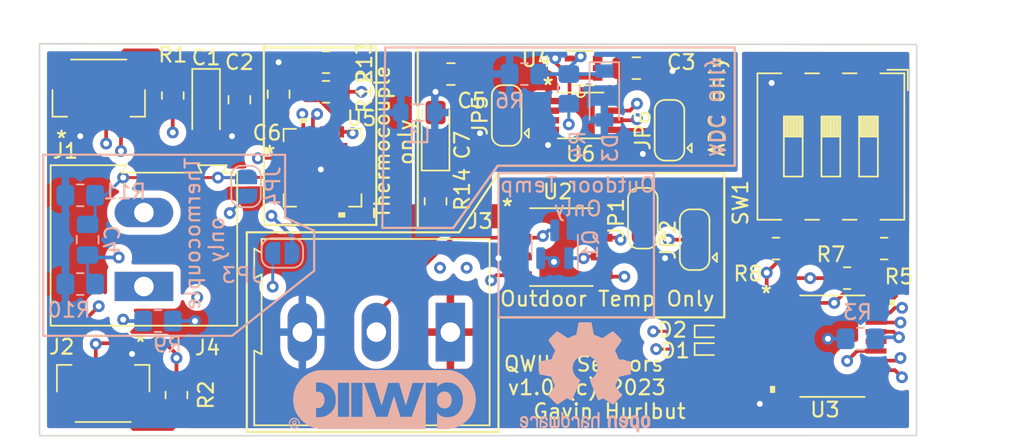
<source format=kicad_pcb>
(kicad_pcb (version 20211014) (generator pcbnew)
  (layers (0 "F.Cu" signal) (1 "In1.Cu" signal) (2 "In2.Cu" signal) (31 "B.Cu" signal) (34 "B.Paste" user) (35 "F.Paste" user) (36 "B.SilkS" user "B.Silkscreen") (37 "F.SilkS" user "F.Silkscreen") (38 "B.Mask" user) (39 "F.Mask" user) (44 "Edge.Cuts" user))
  (net 0 "")
  (net 1 "+3V3")
  (net 2 "GND")
  (net 3 "VIN+")
  (net 4 "VIN-")
  (net 5 "GNDA")
  (net 6 "+3V3A")
  (net 7 "Net-(C4-Pad1)")
  (net 8 "SDA")
  (net 9 "SCL")
  (net 10 "DQ")
  (net 11 "Net-(JP1-Pad2)")
  (net 12 "Net-(JP2-Pad2)")
  (net 13 "Net-(C4-Pad2)")
  (net 14 "Net-(D1-Pad2)")
  (net 15 "PCTLZ")
  (net 16 "Net-(D2-Pad2)")
  (net 17 "Net-(D3-Pad1)")
  (net 18 "Net-(JP5-Pad2)")
  (net 19 "Net-(JP6-Pad2)")
  (net 20 "Net-(R3-Pad2)")
  (net 21 "A0")
  (net 22 "A1")
  (net 23 "A2")
  (net 24 "Net-(R12-Pad2)")
  (net 29 "Net-(U4-Pad3)")
  (footprint "Capacitor_SMD:C_0805_2012Metric_Pad1.18x1.45mm_HandSolder" (layer "F.Cu") (at 91.4 128.1625 90)
    (fp_text reference "C6")
    (fp_text value "100nF")
  )
  (footprint "TerminalBlock:TerminalBlock_Altech_AK300-3_P5.00mm" (layer "F.Cu") (at 103 144.25 180)
    (fp_text reference "J3")
    (fp_text value "3-pole terminal")
  )
  (footprint "Capacitor_SMD:C_0805_2012Metric_Pad1.18x1.45mm_HandSolder" (layer "F.Cu") (at 88.75 128.5375 -90)
    (fp_text reference "C2")
    (fp_text value "100nF")
  )
  (footprint "Capacitor_Tantalum_SMD:CP_EIA-3216-10_Kemet-I_Pad1.58x1.35mm_HandSolder" (layer "F.Cu") (at 102 130.8375 90)
    (fp_text reference "C7")
    (fp_text value "10uF Ta 6V3")
  )
  (footprint "Jumper:SolderJumper-3_P1.3mm_Open_RoundedPad1.0x1.5mm" (layer "F.Cu") (at 116 136.55 90)
    (fp_text reference "JP1")
    (fp_text value "AD0 Jumper")
  )
  (footprint "Resistor_SMD:R_0805_2012Metric_Pad1.20x1.40mm_HandSolder" (layer "F.Cu") (at 129.8 140.6 180)
    (fp_text reference "R7")
    (fp_text value "10k")
  )
  (footprint "Resistor_SMD:R_0805_2012Metric_Pad1.20x1.40mm_HandSolder" (layer "F.Cu") (at 84.25 128.25 -90)
    (fp_text reference "R1")
    (fp_text value "10k")
  )
  (footprint "Package_TO_SOT_SMD:SOT-363_SC-70-6" (layer "F.Cu") (at 112 126.4)
    (fp_text reference "U4")
    (fp_text value "LMV601")
  )
  (footprint "UltraLibrarian:MCP96L01T-E&slash_MX" (layer "F.Cu") (at 94.365 133.135)
    (fp_text reference "U5")
    (fp_text value "MCP96L01T-E/MX")
  )
  (footprint "Resistor_SMD:R_0805_2012Metric_Pad1.20x1.40mm_HandSolder" (layer "F.Cu") (at 94.6 128)
    (fp_text reference "R12")
    (fp_text value "TBD")
  )
  (footprint "Diode_SMD:D_SOD-923" (layer "F.Cu") (at 120.3 144.2)
    (fp_text reference "D2")
    (fp_text value "ACDBQC0130L-HF")
  )
  (footprint "Beirdo:QWIIC Connector" (layer "F.Cu") (at 79.549999 148.396601 180)
    (fp_text reference "J2")
    (fp_text value "QWIIC Connector")
  )
  (footprint "Jumper:SolderJumper-3_P1.3mm_Open_RoundedPad1.0x1.5mm" (layer "F.Cu") (at 106.8 129.6 90)
    (fp_text reference "JP5")
    (fp_text value "A0 Jumper")
  )
  (footprint "Button_Switch_SMD:SW_DIP_SPSTx03_Slide_9.78x9.8mm_W8.61mm_P2.54mm" (layer "F.Cu") (at 128.7 131.7 -90)
    (fp_text reference "SW1")
    (fp_text value "SW_DIP_x03")
  )
  (footprint "UltraLibrarian:ds2482s-100&plus_" (layer "F.Cu") (at 110.5 138.5)
    (fp_text reference "U2")
    (fp_text value "DS2482S-100+")
  )
  (footprint "UltraLibrarian:PCA9501PW_118" (layer "F.Cu") (at 128.8 145.2)
    (fp_text reference "U3")
    (fp_text value "PCA9501PW_118")
  )
  (footprint "Capacitor_Tantalum_SMD:CP_EIA-3216-10_Kemet-I_Pad1.58x1.35mm_HandSolder" (layer "F.Cu") (at 86.5 128.9375 -90)
    (fp_text reference "C1")
    (fp_text value "10uF Ta 6V3")
  )
  (footprint "Capacitor_SMD:C_0805_2012Metric_Pad1.18x1.45mm_HandSolder" (layer "F.Cu") (at 115.5625 126.4 180)
    (fp_text reference "C3")
    (fp_text value "100nF")
  )
  (footprint "Beirdo:QWIIC Connector" (layer "F.Cu") (at 79.25 127.75)
    (fp_text reference "J1")
    (fp_text value "QWIIC Connector")
  )
  (footprint "Jumper:SolderJumper-3_P1.3mm_Open_RoundedPad1.0x1.5mm" (layer "F.Cu") (at 117.8 130.6 90)
    (fp_text reference "JP6")
    (fp_text value "A1 Jumper")
  )
  (footprint "Resistor_SMD:R_0805_2012Metric_Pad1.20x1.40mm_HandSolder" (layer "F.Cu") (at 102 135.4 90)
    (fp_text reference "R14")
    (fp_text value "5R")
  )
  (footprint "TerminalBlock:TerminalBlock_Altech_AK300-2_P5.00mm" (layer "F.Cu") (at 82.3 141.165 90)
    (fp_text reference "J4")
    (fp_text value "2-pole terminal")
  )
  (footprint "UltraLibrarian:ADS7823EB&slash_250" (layer "F.Cu") (at 111.8 129.6)
    (fp_text reference "U6")
    (fp_text value "ADS7823EB/250")
  )
  (footprint "Capacitor_SMD:C_0805_2012Metric_Pad1.18x1.45mm_HandSolder" (layer "F.Cu") (at 103.0375 126.8 180)
    (fp_text reference "C5")
    (fp_text value "100nF")
  )
  (footprint "Resistor_SMD:R_0805_2012Metric_Pad1.20x1.40mm_HandSolder" (layer "F.Cu") (at 84.5 148.5 90)
    (fp_text reference "R2")
    (fp_text value "10k")
  )
  (footprint "Resistor_SMD:R_0805_2012Metric_Pad1.20x1.40mm_HandSolder" (layer "F.Cu") (at 132.3 138.6 180)
    (fp_text reference "R5")
    (fp_text value "10k")
  )
  (footprint "Resistor_SMD:R_0805_2012Metric_Pad1.20x1.40mm_HandSolder" (layer "F.Cu") (at 125 138.6)
    (fp_text reference "R8")
    (fp_text value "10k")
  )
  (footprint "Resistor_SMD:R_0805_2012Metric_Pad1.20x1.40mm_HandSolder" (layer "F.Cu") (at 94.6 126 180)
    (fp_text reference "R13")
    (fp_text value "TBD")
  )
  (footprint "Jumper:SolderJumper-3_P1.3mm_Open_RoundedPad1.0x1.5mm" (layer "F.Cu") (at 119.5 138 90)
    (fp_text reference "JP2")
    (fp_text value "AD1 Jumper")
  )
  (footprint "Diode_SMD:D_SOD-923" (layer "F.Cu") (at 120.3 145.4)
    (fp_text reference "D1")
    (fp_text value "ACDBQC0130L-HF")
  )
  (footprint "Jumper:SolderJumper-2_P1.3mm_Open_RoundedPad1.0x1.5mm" (layer "B.Cu") (at 89.2 134.4 90)
    (fp_text reference "JP4")
    (fp_text value "Solder Jumper")
  )
  (footprint "Resistor_SMD:R_0805_2012Metric_Pad1.20x1.40mm_HandSolder" (layer "B.Cu") (at 130.7 144.7)
    (fp_text reference "R3")
    (fp_text value "10k")
  )
  (footprint "Symbol:OSHW-Logo2_9.8x8mm_SilkScreen" (layer "B.Cu") (at 112.1 147.3 180)
    (fp_text reference "REF**" hide)
    (fp_text value "OSHW-Logo2_9.8x8mm_SilkScreen" hide)
  )
  (footprint "Resistor_SMD:R_0805_2012Metric_Pad1.20x1.40mm_HandSolder" (layer "B.Cu") (at 111 127.8 90)
    (fp_text reference "R4")
    (fp_text value "TBD")
  )
  (footprint "Capacitor_SMD:C_0805_2012Metric_Pad1.18x1.45mm_HandSolder" (layer "B.Cu") (at 78.5 138 90)
    (fp_text reference "C4")
    (fp_text value "100nF")
  )
  (footprint "Resistor_SMD:R_0805_2012Metric_Pad1.20x1.40mm_HandSolder" (layer "B.Cu") (at 78 141 180)
    (fp_text reference "R10")
    (fp_text value "2M")
  )
  (footprint "Diode_SMD:D_SOD-123" (layer "B.Cu") (at 113.4 128.25 -90)
    (fp_text reference "D3")
    (fp_text value "BZT52C3V3-7-F")
  )
  (footprint "Resistor_SMD:R_0805_2012Metric_Pad1.20x1.40mm_HandSolder" (layer "B.Cu") (at 78 135 180)
    (fp_text reference "R11")
    (fp_text value "2M")
  )
  (footprint "Jumper:SolderJumper-2_P1.3mm_Open_RoundedPad1.0x1.5mm" (layer "B.Cu") (at 91.65 138.9)
    (fp_text reference "JP3")
    (fp_text value "Solder Jumper")
  )
  (footprint "Resistor_SMD:R_0805_2012Metric_Pad1.20x1.40mm_HandSolder" (layer "B.Cu") (at 83.25 143.5 180)
    (fp_text reference "R9")
    (fp_text value "1M")
  )
  (footprint "Package_TO_SOT_SMD:SOT-23" (layer "B.Cu") (at 110.05 138.3125 90)
    (fp_text reference "Q1")
    (fp_text value "BSS84")
  )
  (footprint "Beirdo:qwiic-logo" (layer "B.Cu") (at 98.5 148.7 180)
    (fp_text reference "G***" hide)
    (fp_text value "LOGO" hide)
  )
  (footprint "Resistor_SMD:R_0805_2012Metric_Pad1.20x1.40mm_HandSolder" (layer "B.Cu") (at 108 126.8 180)
    (fp_text reference "R6")
    (fp_text value "TBD")
  )
  (footprint "Inductor_SMD:L_0805_2012Metric_Pad1.05x1.20mm_HandSolder" (layer "B.Cu") (at 100.8 129.4)
    (fp_text reference "L1")
    (fp_text value "Ferrite Bead")
  )
  (gr_line (start 122.2 125) (end 122.2 133) (layer "B.SilkS") (width 0.15))
  (gr_line (start 98.6 125) (end 122.2 125) (layer "B.SilkS") (width 0.15))
  (gr_line (start 122.2 133) (end 106.2 133) (layer "B.SilkS") (width 0.15))
  (gr_line (start 106.2 133) (end 103.2 137.2) (layer "B.SilkS") (width 0.15))
  (gr_line (start 116.75 143.25) (end 116.75 133.5) (layer "B.SilkS") (width 0.15))
  (gr_line (start 75.5 132.25) (end 75.5 144.5) (layer "B.SilkS") (width 0.15))
  (gr_line (start 103.2 137.2) (end 98.4 137.2) (layer "B.SilkS") (width 0.15))
  (gr_line (start 106.25 133.5) (end 106.25 143.25) (layer "B.SilkS") (width 0.15))
  (gr_line (start 106.25 143.25) (end 116.75 143.25) (layer "B.SilkS") (width 0.15))
  (gr_line (start 93.8 137.4) (end 93.8 140.1) (layer "B.SilkS") (width 0.15))
  (gr_line (start 98.4 137.2) (end 98.6 125) (layer "B.SilkS") (width 0.15))
  (gr_line (start 75.5 144.5) (end 88.25 144.5) (layer "B.SilkS") (width 0.15))
  (gr_line (start 91.836197 136.5) (end 93.8 137.4) (layer "B.SilkS") (width 0.15))
  (gr_line (start 88.25 144.5) (end 93.8 140.1) (layer "B.SilkS") (width 0.15))
  (gr_line (start 91.836197 136.5) (end 91.836197 132.257619) (layer "B.SilkS") (width 0.15))
  (gr_line (start 91.836197 132.257619) (end 75.5 132.25) (layer "B.SilkS") (width 0.15))
  (gr_line (start 116.75 133.5) (end 106.25 133.5) (layer "B.SilkS") (width 0.15))
  (gr_line (start 89.25 151) (end 89.25 137.5) (layer "F.SilkS") (width 0.15))
  (gr_line (start 90.4 125) (end 98 125) (layer "F.SilkS") (width 0.15))
  (gr_line (start 100.8 137.2) (end 100.8 125) (layer "F.SilkS") (width 0.15))
  (gr_line (start 122.2 125) (end 122.2 133) (layer "F.SilkS") (width 0.15))
  (gr_line (start 121.6 133) (end 106.2 133) (layer "F.SilkS") (width 0.15))
  (gr_line (start 106.2 133) (end 103.2 137.2) (layer "F.SilkS") (width 0.15))
  (gr_line (start 121.5 133.5) (end 121.5 143.25) (layer "F.SilkS") (width 0.15))
  (gr_line (start 98 125) (end 98 137) (layer "F.SilkS") (width 0.15))
  (gr_line (start 103.6 137.5) (end 106.25 133.5) (layer "F.SilkS") (width 0.15))
  (gr_line (start 106.25 143.25) (end 106.25 151) (layer "F.SilkS") (width 0.15))
  (gr_line (start 90.4 137) (end 90.4 124.8) (layer "F.SilkS") (width 0.15))
  (gr_line (start 121.5 143.25) (end 106.25 143.25) (layer "F.SilkS") (width 0.15))
  (gr_line (start 106.25 151) (end 89.25 151) (layer "F.SilkS") (width 0.15))
  (gr_line (start 89.25 137.5) (end 103.6 137.5) (layer "F.SilkS") (width 0.15))
  (gr_line (start 122.2 133) (end 121.6 133) (layer "F.SilkS") (width 0.15))
  (gr_line (start 103.2 137.2) (end 100.8 137.2) (layer "F.SilkS") (width 0.15))
  (gr_line (start 100.8 125) (end 122.2 125) (layer "F.SilkS") (width 0.15))
  (gr_line (start 98 137) (end 90.4 137) (layer "F.SilkS") (width 0.15))
  (gr_line (start 106.25 133.5) (end 121.5 133.5) (layer "F.SilkS") (width 0.15))
  (gr_line (start 134.5 124.8) (end 134.482602 151.243447) (layer "Edge.Cuts") (width 0.1))
  (gr_line (start 75.25 124.75) (end 134.5 124.8) (layer "Edge.Cuts") (width 0.1))
  (gr_line (start 75.25 124.75) (end 75.25 151.25) (layer "Edge.Cuts") (width 0.1))
  (gr_line (start 75.25 151.25) (end 134.482602 151.243447) (layer "Edge.Cuts") (width 0.1))
  (gr_text "ADC only" (at 121 129 -90) (layer "B.SilkS") (effects (font (size 1 1)) (justify mirror)))
  (gr_text "Thermocouple \nonly" (at 86.4 138 90) (layer "B.SilkS") (effects (font (size 1 1)) (justify mirror)))
  (gr_text "Outdoor Temp\nOnly" (at 111.6 135.1) (layer "B.SilkS") (effects (font (size 1 1)) (justify mirror)))
  (gr_text "Outdoor Temp Only" (at 113.6 142) (layer "F.SilkS") (effects (font (size 1 1))))
  (gr_text "QWIIC Sensors" (at 112 146.4) (layer "F.SilkS") (effects (font (size 1 1))))
  (gr_text "ADC only" (at 121 129 90) (layer "F.SilkS") (effects (font (size 1 1))))
  (gr_text "Thermocouple\nonly" (at 99.2 131.4 90) (layer "F.SilkS") (effects (font (size 1 1))))
  (gr_text "v1.0 (c) 2023 \n   Gavin Hurlbut\n" (at 112.6 148.8) (layer "F.SilkS") (effects (font (size 1 1))))
  (segment (start 132.224937 142.275063) (end 132.624937 142.275063) (width 0.25) (layer "F.Cu") (net 1))
  (segment locked (start 84.5 150.5) (end 84.5 149.5) (width 0.25) (layer "F.Cu") (net 1))
  (segment locked (start 95 129.4) (end 97.2 129.4) (width 0.25) (layer "F.Cu") (net 1))
  (segment locked (start 131.75275 142.275063) (end 132.224937 142.275063) (width 0.25) (layer "F.Cu") (net 1))
  (segment locked (start 81 125.2) (end 80.4 125.8) (width 0.25) (layer "F.Cu") (net 1))
  (segment locked (start 84.2 125.6) (end 83.6 125.6) (width 0.25) (layer "F.Cu") (net 1))
  (segment locked (start 90.45 129.2) (end 88.75 127.5) (width 0.25) (layer "F.Cu") (net 1))
  (segment locked (start 94.365 135.5607) (end 94.365 136.965) (width 0.25) (layer "F.Cu") (net 1))
  (segment locked (start 80.6 150.6) (end 81.4 150.6) (width 0.25) (layer "F.Cu") (net 1))
  (segment locked (start 81.6 150.8) (end 84.2 150.8) (width 0.25) (layer "F.Cu") (net 1))
  (segment locked (start 83.6 125.6) (end 83.2 125.2) (width 0.25) (layer "F.Cu") (net 1))
  (segment locked (start 84.2 150.8) (end 84.5 150.5) (width 0.25) (layer "F.Cu") (net 1))
  (segment (start 94.365 136.965) (end 94.4 137) (width 0.25) (layer "F.Cu") (net 1))
  (segment locked (start 91.4 129.2) (end 92.6 128) (width 0.25) (layer "F.Cu") (net 1))
  (segment locked (start 83.2 125.2) (end 81 125.2) (width 0.25) (layer "F.Cu") (net 1))
  (segment locked (start 91.4 129.2) (end 90.45 129.2) (width 0.25) (layer "F.Cu") (net 1))
  (segment locked (start 92.6 128) (end 93.6 128) (width 0.25) (layer "F.Cu") (net 1))
  (segment locked (start 81.4 150.6) (end 81.6 150.8) (width 0.25) (layer "F.Cu") (net 1))
  (segment (start 132.624937 142.275063) (end 133.1 141.8) (width 0.25) (layer "F.Cu") (net 1))
  (segment locked (start 123.874951 147.474951) (end 123.7 147.3) (width 0.25) (layer "F.Cu") (net 1))
  (segment (start 133.1 141.8) (end 133.1 141.4) (width 0.25) (layer "F.Cu") (net 1))
  (segment locked (start 93.6 128) (end 95 129.4) (width 0.25) (layer "F.Cu") (net 1))
  (segment locked (start 125.84725 147.474951) (end 123.874951 147.474951) (width 0.25) (layer "F.Cu") (net 1))
  (via (at 128.5 144.7) (size 0.8) (drill 0.4) (layers "F.Cu" "B.Cu") (net 1))
  (via (at 110 139.5) (size 0.8) (drill 0.4) (layers "F.Cu" "B.Cu") (net 1))
  (via (at 85.75 143.5) (size 0.8) (drill 0.4) (layers "F.Cu" "B.Cu") (net 1))
  (segment (start 84.25 143.5) (end 85.75 143.5) (width 0.25) (layer "B.Cu") (net 1))
  (segment (start 129.7 144.7) (end 128.5 144.7) (width 0.25) (layer "B.Cu") (net 1))
  (segment (start 109.75 139.25) (end 110 139.5) (width 0.25) (layer "B.Cu") (net 1))
  (segment (start 109.1 139.25) (end 109.75 139.25) (width 0.25) (layer "B.Cu") (net 1))
  (segment (start 106.25 139.25) (end 107.66085 139.25) (width 0.25) (layer "F.Cu") (net 2))
  (segment (start 95.665 135.5607) (end 95.665 134.435) (width 0.25) (layer "F.Cu") (net 2))
  (segment (start 95.014999 130.7093) (end 95.014999 132.485001) (width 0.25) (layer "F.Cu") (net 2))
  (segment (start 88.25 131) (end 88.75 130.5) (width 0.25) (layer "F.Cu") (net 2))
  (segment (start 124.7 127.4) (end 126.155 127.4) (width 0.25) (layer "F.Cu") (net 2))
  (segment (start 88.25 131) (end 87.625 130.375) (width 0.25) (layer "F.Cu") (net 2))
  (segment (start 128.7 127.395) (end 126.16 127.395) (width 0.25) (layer "F.Cu") (net 2))
  (segment (start 95.014999 132.485001) (end 94.365 133.135) (width 0.25) (layer "F.Cu") (net 2))
  (segment (start 94.365 133.135) (end 94.25 133.25) (width 0.25) (layer "F.Cu") (net 2))
  (segment (start 77.75 129.1716) (end 77.75 130.75) (width 0.25) (layer "F.Cu") (net 2))
  (segment (start 117.55 139.3) (end 117.5 139.25) (width 0.25) (layer "F.Cu") (net 2))
  (segment (start 93.065 131.835) (end 94.365 133.135) (width 0.25) (layer "F.Cu") (net 2))
  (segment (start 93.065 134.435) (end 94.365 133.135) (width 0.25) (layer "F.Cu") (net 2))
  (segment (start 131.24 127.395) (end 128.7 127.395) (width 0.25) (layer "F.Cu") (net 2))
  (segment (start 95.665 134.435) (end 94.365 133.135) (width 0.25) (layer "F.Cu") (net 2))
  (segment (start 124.875063 148.124937) (end 125.84725 148.124937) (width 0.25) (layer "F.Cu") (net 2))
  (segment (start 88.75 130.5) (end 88.75 129.575) (width 0.25) (layer "F.Cu") (net 2))
  (segment (start 81.049999 146.975001) (end 81.049999 146.174501) (width 0.25) (layer "F.Cu") (net 2))
  (segment (start 87.625 130.375) (end 86.5 130.375) (width 0.25) (layer "F.Cu") (net 2))
  (segment (start 94.365 130.7093) (end 94.365 133.135) (width 0.25) (layer "F.Cu") (net 2))
  (segment (start 117.55 139.3) (end 119.5 139.3) (width 0.25) (layer "F.Cu") (net 2))
  (segment (start 81.049999 146.174501) (end 81.5 145.7245) (width 0.25) (layer "F.Cu") (net 2))
  (segment (start 107.66085 139.25) (end 107.77585 139.135) (width 0.25) (layer "F.Cu") (net 2))
  (segment (start 91.9393 133.135) (end 94.135 133.135) (width 0.25) (layer "F.Cu") (net 2))
  (segment (start 116 137.85) (end 117.45 139.3) (width 0.25) (layer "F.Cu") (net 2))
  (segment (start 77.75 130.75) (end 78 131) (width 0.25) (layer "F.Cu") (net 2))
  (segment (start 117.45 139.3) (end 117.55 139.3) (width 0.25) (layer "F.Cu") (net 2))
  (segment (start 91.9393 131.835) (end 93.065 131.835) (width 0.25) (layer "F.Cu") (net 2))
  (segment (start 126.155 127.4) (end 126.16 127.395) (width 0.25) (layer "F.Cu") (net 2))
  (segment (start 91.4 126) (end 93.6 126) (width 0.25) (layer "F.Cu") (net 2))
  (segment (start 91.9393 134.435) (end 93.065 134.435) (width 0.25) (layer "F.Cu") (net 2))
  (segment (start 91.4 127.125) (end 91.4 126) (width 0.25) (layer "F.Cu") (net 2))
  (segment (start 94.135 133.135) (end 94.25 133.25) (width 0.25) (layer "F.Cu") (net 2))
  (segment (start 96.7907 133.135) (end 94.365 133.135) (width 0.25) (layer "F.Cu") (net 2))
  (segment (start 123.9 149.1) (end 124.875063 148.124937) (width 0.25) (layer "F.Cu") (net 2))
  (via (at 78 131) (size 0.8) (drill 0.4) (layers "F.Cu" "B.Cu") (net 2))
  (via (at 117.5 139.25) (size 0.8) (drill 0.4) (layers "F.Cu" "B.Cu") (net 2))
  (via (at 106.25 139.25) (size 0.8) (drill 0.4) (layers "F.Cu" "B.Cu") (net 2))
  (via (at 124.7 127.4) (size 0.8) (drill 0.4) (layers "F.Cu" "B.Cu") (net 2))
  (via (at 88.25 131) (size 0.8) (drill 0.4) (layers "F.Cu" "B.Cu") (net 2))
  (via (at 91.4 126) (size 0.8) (drill 0.4) (layers "F.Cu" "B.Cu") (net 2))
  (via (at 81.5 145.7245) (size 0.8) (drill 0.4) (layers "F.Cu" "B.Cu") (net 2))
  (via (at 94.25 133.25) (size 0.8) (drill 0.4) (layers "F.Cu" "B.Cu") (net 2))
  (via (at 123.9 149.1) (size 0.8) (drill 0.4) (layers "F.Cu" "B.Cu") (net 2))
  (segment (start 91 141.1755) (end 91.0245 141.1755) (width 0.2) (layer "F.Cu") (net 3))
  (segment (start 119.88 145.4) (end 116.9 145.4) (width 0.2) (layer "F.Cu") (net 3))
  (via (at 91 141.1755) (size 0.8) (drill 0.4) (layers "F.Cu" "B.Cu") (net 3))
  (via (at 111 130.2) (size 0.8) (drill 0.4) (layers "F.Cu" "B.Cu") (net 3))
  (via (at 102.3 139.9) (size 0.8) (drill 0.4) (layers "F.Cu" "B.Cu") (net 3))
  (via (at 116.9 145.4) (size 0.8) (drill 0.4) (layers "F.Cu" "B.Cu") (net 3))
  (segment (start 91 138.9) (end 91 141.1755) (width 0.2) (layer "B.Cu") (net 3))
  (segment (start 111 130.2) (end 111 128.8) (width 0.2) (layer "B.Cu") (net 3))
  (segment (start 116.7 144.2) (end 119.88 144.2) (width 0.2) (layer "F.Cu") (net 4))
  (segment (start 104.1 139.9) (end 104.1 140.089259) (width 0.2) (layer "F.Cu") (net 4))
  (segment (start 88.085 136.185) (end 88.1 136.2) (width 0.2) (layer "F.Cu") (net 4))
  (segment (start 88.085 136.165) (end 88.085 136.185) (width 0.2) (layer "F.Cu") (net 4))
  (via (at 104.1 139.9) (size 0.8) (drill 0.4) (layers "F.Cu" "B.Cu") (net 4))
  (via (at 116.7 144.2) (size 0.8) (drill 0.4) (layers "F.Cu" "B.Cu") (net 4))
  (via (at 88.1 136.2) (size 0.8) (drill 0.4) (layers "F.Cu" "B.Cu") (net 4))
  (segment (start 88.1 136.15) (end 89.2 135.05) (width 0.2) (layer "B.Cu") (net 4))
  (segment (start 88.1 136.2) (end 88.1 136.15) (width 0.2) (layer "B.Cu") (net 4))
  (segment (start 102 127.2375) (end 101.7625 127) (width 0.25) (layer "F.Cu") (net 5))
  (segment (start 105.1 130.9) (end 105 130.8) (width 0.25) (layer "F.Cu") (net 5))
  (segment (start 109.6283 130.574999) (end 109.6283 131.5717) (width 0.25) (layer "F.Cu") (net 5))
  (segment (start 110.475 126.4) (end 110.085493 126.010493) (width 0.25) (layer "F.Cu") (net 5))
  (segment (start 117.8 131.9) (end 116.3 131.9) (width 0.25) (layer "F.Cu") (net 5))
  (segment (start 116.6 126.4) (end 117.8 126.4) (width 0.25) (layer "F.Cu") (net 5))
  (segment (start 102 129.4) (end 102 128) (width 0.25) (layer "F.Cu") (net 5))
  (segment (start 106.8 130.9) (end 105.1 130.9) (width 0.25) (layer "F.Cu") (net 5))
  (segment (start 116.3 131.9) (end 116 132.2) (width 0.25) (layer "F.Cu") (net 5))
  (segment (start 102 128) (end 102 126.8) (width 0.25) (layer "F.Cu") (net 5))
  (segment (start 109.6283 131.5717) (end 109.6 131.6) (width 0.25) (layer "F.Cu") (net 5))
  (segment (start 111.05 126.4) (end 110.475 126.4) (width 0.25) (layer "F.Cu") (net 5))
  (segment (start 110.085493 126.010493) (end 110.085493 125.738744) (width 0.25) (layer "F.Cu") (net 5))
  (segment (start 117.8 126.4) (end 118 126.6) (width 0.25) (layer "F.Cu") (net 5))
  (via (at 116 132.2) (size 0.8) (drill 0.4) (layers "F.Cu" "B.Cu") (net 5))
  (via (at 102 128) (size 0.8) (drill 0.4) (layers "F.Cu" "B.Cu") (net 5))
  (via (at 105 130.8) (size 0.8) (drill 0.4) (layers "F.Cu" "B.Cu") (net 5))
  (via (at 110.085493 125.738744) (size 0.8) (drill 0.4) (layers "F.Cu" "B.Cu") (net 5))
  (via (at 118 126.6) (size 0.8) (drill 0.4) (layers "F.Cu" "B.Cu") (net 5))
  (via (at 109.6 131.6) (size 0.8) (drill 0.4) (layers "F.Cu" "B.Cu") (net 5))
  (segment locked (start 112.95 126.4) (end 114.525 126.4) (width 0.25) (layer "F.Cu") (net 6))
  (segment (start 91.524598 137) (end 92.7 137) (width 0.2) (layer "F.Cu") (net 7))
  (segment (start 93.065 136.635) (end 93.065 136.335) (width 0.2) (layer "F.Cu") (net 7))
  (segment (start 90.912299 136.387701) (end 91.524598 137) (width 0.2) (layer "F.Cu") (net 7))
  (segment (start 90.014999 132.485001) (end 90 132.5) (width 0.2) (layer "F.Cu") (net 7))
  (segment (start 93.065 136.335) (end 93.065 135.5607) (width 0.25) (layer "F.Cu") (net 7))
  (segment (start 92.7 137) (end 93.065 136.635) (width 0.2) (layer "F.Cu") (net 7))
  (segment (start 91.9393 132.485001) (end 90.014999 132.485001) (width 0.2) (layer "F.Cu") (net 7))
  (via (at 90 132.5) (size 0.8) (drill 0.4) (layers "F.Cu" "B.Cu") (net 7))
  (via (at 80.9 143.4) (size 0.8) (drill 0.4) (layers "F.Cu" "B.Cu") (net 7))
  (via (at 80.6 139.2) (size 0.8) (drill 0.4) (layers "F.Cu" "B.Cu") (net 7))
  (via (at 90.912299 136.387701) (size 0.8) (drill 0.4) (layers "F.Cu" "B.Cu") (net 7))
  (segment (start 79 141) (end 79.25 141.25) (width 0.2) (layer "B.Cu") (net 7))
  (segment (start 81 143.5) (end 80.9 143.4) (width 0.25) (layer "B.Cu") (net 7))
  (segment (start 92.3 138.9) (end 92.3 137.775402) (width 0.25) (layer "B.Cu") (net 7))
  (segment (start 80.6 139.2) (end 78.6625 139.2) (width 0.25) (layer "B.Cu") (net 7))
  (segment (start 82.25 143.5) (end 81 143.5) (width 0.25) (layer "B.Cu") (net 7))
  (segment (start 78.5 139.0375) (end 78.5 140.5) (width 0.2) (layer "B.Cu") (net 7))
  (segment (start 78.5 140.5) (end 79 141) (width 0.2) (layer "B.Cu") (net 7))
  (segment (start 92.3 137.775402) (end 90.912299 136.387701) (width 0.25) (layer "B.Cu") (net 7))
  (segment (start 78.6625 139.2) (end 78.5 139.0375) (width 0.25) (layer "B.Cu") (net 7))
  (segment (start 79.75 131.5) (end 79.749999 129.1716) (width 0.25) (layer "F.Cu") (net 8))
  (segment (start 93.065 129.565) (end 93.065 130.7093) (width 0.25) (layer "F.Cu") (net 8))
  (segment (start 133.026038 142.606611) (end 132.7076 142.925049) (width 0.25) (layer "F.Cu") (net 8))
  (segment (start 79.05 146.975001) (end 79.05 145.7) (width 0.25) (layer "F.Cu") (net 8))
  (segment (start 133.510377 142.606611) (end 133.026038 142.606611) (width 0.25) (layer "F.Cu") (net 8))
  (segment (start 79.05 145) (end 79.05 145.05) (width 0.25) (layer "F.Cu") (net 8))
  (segment (start 132.7076 142.925049) (end 131.75275 142.925049) (width 0.25) (layer "F.Cu") (net 8))
  (segment (start 115.525498 129.925001) (end 113.9717 129.925001) (width 0.25) (layer "F.Cu") (net 8))
  (segment (start 93 129.5) (end 93.065 129.565) (width 0.25) (layer "F.Cu") (net 8))
  (segment (start 113.31915 140.5) (end 113.22415 140.405) (width 0.25) (layer "F.Cu") (net 8))
  (segment (start 83.75 145) (end 84.5 145.75) (width 0.25) (layer "F.Cu") (net 8))
  (segment (start 84.5 146) (end 84.5 147.5) (width 0.25) (layer "F.Cu") (net 8))
  (segment (start 84.5 145.75) (end 84.5 146) (width 0.25) (layer "F.Cu") (net 8))
  (segment (start 79.05 145) (end 83.75 145) (width 0.25) (layer "F.Cu") (net 8))
  (segment (start 114.75 140.5) (end 113.31915 140.5) (width 0.25) (layer "F.Cu") (net 8))
  (segment (start 79.05 145.7) (end 79.05 145.05) (width 0.25) (layer "F.Cu") (net 8))
  (segment (start 115.6 129.850499) (end 115.525498 129.925001) (width 0.25) (layer "F.Cu") (net 8))
  (via (at 115.6 129.850499) (size 0.8) (drill 0.4) (layers "F.Cu" "B.Cu") (net 8))
  (via (at 93 129.5) (size 0.8) (drill 0.4) (layers "F.Cu" "B.Cu") (net 8))
  (via (at 133.510377 142.606611) (size 0.8) (drill 0.4) (layers "F.Cu" "B.Cu") (net 8))
  (via (at 114.75 140.5) (size 0.8) (drill 0.4) (layers "F.Cu" "B.Cu") (net 8))
  (via (at 79.05 145.05) (size 0.8) (drill 0.4) (layers "F.Cu" "B.Cu") (net 8))
  (via (at 79.75 131.5) (size 0.8) (drill 0.4) (layers "F.Cu" "B.Cu") (net 8))
  (via (at 84.5 146) (size 0.8) (drill 0.4) (layers "F.Cu" "B.Cu") (net 8))
  (segment (start 80.75 132) (end 80.75 129.1716) (width 0.25) (layer "F.Cu") (net 9))
  (segment (start 78.049999 146.975001) (end 78.049999 143.700001) (width 0.25) (layer "F.Cu") (net 9))
  (segment (start 93.715001 129.784999) (end 93.715001 130.7093) (width 0.25) (layer "F.Cu") (net 9))
  (segment (start 131.777715 143.6) (end 131.75275 143.575035) (width 0.25) (layer "F.Cu") (net 9))
  (segment (start 78.049999 143.700001) (end 79.25 142.5) (width 0.25) (layer "F.Cu") (net 9))
  (segment (start 115.6 128.8) (end 115.125001 129.274999) (width 0.25) (layer "F.Cu") (net 9))
  (segment (start 107.77585 140.405) (end 106.095 140.405) (width 0.25) (layer "F.Cu") (net 9))
  (segment (start 94 129.5) (end 93.715001 129.784999) (width 0.25) (layer "F.Cu") (net 9))
  (segment (start 115.125001 129.274999) (end 113.9717 129.274999) (width 0.25) (layer "F.Cu") (net 9))
  (segment (start 84.25 129.25) (end 84.25 130.75) (width 0.25) (layer "F.Cu") (net 9))
  (segment (start 106.095 140.405) (end 105.75 140.75) (width 0.25) (layer "F.Cu") (net 9))
  (segment (start 133.4 143.6) (end 131.777715 143.6) (width 0.25) (layer "F.Cu") (net 9))
  (via (at 85.9 141.9) (size 0.8) (drill 0.4) (layers "F.Cu" "B.Cu") (net 9))
  (via (at 80.75 132) (size 0.8) (drill 0.4) (layers "F.Cu" "B.Cu") (net 9))
  (via (at 133.4 143.6) (size 0.8) (drill 0.4) (layers "F.Cu" "B.Cu") (net 9))
  (via (at 84.25 130.75) (size 0.8) (drill 0.4) (layers "F.Cu" "B.Cu") (net 9))
  (via (at 79.25 142.5) (size 0.8) (drill 0.4) (layers "F.Cu" "B.Cu") (net 9))
  (via (at 94 129.5) (size 0.8) (drill 0.4) (layers "F.Cu" "B.Cu") (net 9))
  (via (at 105.75 140.75) (size 0.8) (drill 0.4) (layers "F.Cu" "B.Cu") (net 9))
  (via (at 115.6 128.8) (size 0.8) (drill 0.4) (layers "F.Cu" "B.Cu") (net 9))
  (segment (start 98 144.25) (end 98 143) (width 0.25) (layer "F.Cu") (net 10))
  (segment (start 103.135 137.865) (end 107.77585 137.865) (width 0.25) (layer "F.Cu") (net 10))
  (segment (start 109.135 137.865) (end 107.77585 137.865) (width 0.25) (layer "F.Cu") (net 10))
  (segment (start 109.25 137.75) (end 109.135 137.865) (width 0.25) (layer "F.Cu") (net 10))
  (segment (start 98 143) (end 103.135 137.865) (width 0.25) (layer "F.Cu") (net 10))
  (via (at 109.25 137.75) (size 0.8) (drill 0.4) (layers "F.Cu" "B.Cu") (net 10))
  (segment (start 109.625 137.375) (end 109.25 137.75) (width 0.25) (layer "B.Cu") (net 10))
  (segment (start 110.05 137.375) (end 109.625 137.375) (width 0.25) (layer "B.Cu") (net 10))
  (segment (start 113.22415 136.595) (end 115.955 136.595) (width 0.25) (layer "F.Cu") (net 11))
  (segment (start 115.955 136.595) (end 116 136.55) (width 0.25) (layer "F.Cu") (net 11))
  (segment (start 119.5 138) (end 117.75 138) (width 0.25) (layer "F.Cu") (net 12))
  (segment (start 114.5 138) (end 114.365 137.865) (width 0.25) (layer "F.Cu") (net 12))
  (segment (start 114.365 137.865) (end 113.22415 137.865) (width 0.25) (layer "F.Cu") (net 12))
  (via (at 114.5 138) (size 0.8) (drill 0.4) (layers "F.Cu" "B.Cu") (net 12))
  (via (at 117.75 138) (size 0.8) (drill 0.4) (layers "F.Cu" "B.Cu") (net 12))
  (segment (start 80.9 133.8) (end 87.3 133.8) (width 0.2) (layer "F.Cu") (net 13))
  (segment (start 89.15 133.8) (end 87.3 133.8) (width 0.2) (layer "F.Cu") (net 13))
  (segment (start 89.15 133.8) (end 89.165001 133.784999) (width 0.2) (layer "F.Cu") (net 13))
  (segment (start 89.165001 133.784999) (end 91.9393 133.784999) (width 0.2) (layer "F.Cu") (net 13))
  (via (at 80.9 133.8) (size 0.8) (drill 0.4) (layers "F.Cu" "B.Cu") (net 13))
  (via (at 87.3 133.8) (size 0.8) (drill 0.4) (layers "F.Cu" "B.Cu") (net 13))
  (segment (start 79 136.4625) (end 78.5 136.9625) (width 0.2) (layer "B.Cu") (net 13))
  (segment (start 79 135) (end 79 136.4625) (width 0.2) (layer "B.Cu") (net 13))
  (segment (start 87.3 133.8) (end 89.15 133.8) (width 0.2) (layer "B.Cu") (net 13))
  (segment (start 89.15 133.8) (end 89.2 133.75) (width 0.2) (layer "B.Cu") (net 13))
  (segment (start 79.7 135) (end 80.9 133.8) (width 0.2) (layer "B.Cu") (net 13))
  (segment (start 79 135) (end 79.7 135) (width 0.2) (layer "B.Cu") (net 13))
  (segment (start 120.72 145.4) (end 122.474993 145.4) (width 0.25) (layer "F.Cu") (net 14))
  (segment (start 122.999986 144.875007) (end 125.84725 144.875007) (width 0.25) (layer "F.Cu") (net 14))
  (segment (start 122.474993 145.4) (end 122.999986 144.875007) (width 0.25) (layer "F.Cu") (net 14))
  (segment (start 112.115 139.135) (end 113.22415 139.135) (width 0.25) (layer "F.Cu") (net 15))
  (segment (start 112 139.25) (end 112.115 139.135) (width 0.25) (layer "F.Cu") (net 15))
  (via (at 112 139.25) (size 0.8) (drill 0.4) (layers "F.Cu" "B.Cu") (net 15))
  (segment (start 111 139.25) (end 112 139.25) (width 0.25) (layer "B.Cu") (net 15))
  (segment (start 125.822229 144.2) (end 125.84725 144.225021) (width 0.25) (layer "F.Cu") (net 16))
  (segment (start 120.62 144.2) (end 125.822229 144.2) (width 0.25) (layer "F.Cu") (net 16))
  (segment (start 111.8 125.6) (end 111.65 125.75) (width 0.25) (layer "F.Cu") (net 17))
  (segment (start 111.65 125.75) (end 111.05 125.75) (width 0.25) (layer "F.Cu") (net 17))
  (via (at 111.8 125.6) (size 0.8) (drill 0.4) (layers "F.Cu" "B.Cu") (net 17))
  (segment (start 111 126.4) (end 111.8 125.6) (width 0.25) (layer "B.Cu") (net 17))
  (segment (start 111 126.8) (end 111 126.4) (width 0.25) (layer "B.Cu") (net 17))
  (segment (start 113.2 126.8) (end 113.4 126.6) (width 0.25) (layer "B.Cu") (net 17))
  (segment (start 111 126.8) (end 113.2 126.8) (width 0.25) (layer "B.Cu") (net 17))
  (segment (start 109 126.8) (end 111 126.8) (width 0.25) (layer "B.Cu") (net 17))
  (segment (start 109.6283 129.925001) (end 109.624908 129.921609) (width 0.25) (layer "F.Cu") (net 18))
  (segment (start 109.624908 129.921609) (end 107.121609 129.921609) (width 0.25) (layer "F.Cu") (net 18))
  (segment (start 107.121609 129.921609) (end 106.8 129.6) (width 0.25) (layer "F.Cu") (net 18))
  (segment (start 117.8 130.6) (end 117.774999 130.574999) (width 0.25) (layer "F.Cu") (net 19))
  (segment (start 117.774999 130.574999) (end 113.9717 130.574999) (width 0.25) (layer "F.Cu") (net 19))
  (segment (start 131.75275 144.225021) (end 132.925021 144.225021) (width 0.25) (layer "F.Cu") (net 20))
  (segment (start 132.925021 144.225021) (end 133.3 144.6) (width 0.25) (layer "F.Cu") (net 20))
  (via (at 133.3 144.6) (size 0.8) (drill 0.4) (layers "F.Cu" "B.Cu") (net 20))
  (segment (start 131.8 144.6) (end 131.7 144.7) (width 0.25) (layer "B.Cu") (net 20))
  (segment (start 133.3 144.6) (end 131.8 144.6) (width 0.25) (layer "B.Cu") (net 20))
  (segment (start 129.72452 140.062987) (end 129.72452 141.47548) (width 0.25) (layer "F.Cu") (net 21))
  (segment (start 131.3 138.6) (end 131.187507 138.6) (width 0.25) (layer "F.Cu") (net 21))
  (segment (start 131.24 136.005) (end 131.24 138.54) (width 0.25) (layer "F.Cu") (net 21))
  (segment (start 133.5 147.3) (end 133.024965 146.824965) (width 0.25) (layer "F.Cu") (net 21))
  (segment (start 129.72452 141.47548) (end 128.924937 142.275063) (width 0.25) (layer "F.Cu") (net 21))
  (segment (start 133.024965 146.824965) (end 131.75275 146.824965) (width 0.25) (layer "F.Cu") (net 21))
  (segment (start 131.24 138.54) (end 131.3 138.6) (width 0.25) (layer "F.Cu") (net 21))
  (segment (start 131.187507 138.6) (end 129.72452 140.062987) (width 0.25) (layer "F.Cu") (net 21))
  (segment (start 128.924937 142.275063) (end 125.84725 142.275063) (width 0.25) (layer "F.Cu") (net 21))
  (via (at 133.5 147.3) (size 0.8) (drill 0.4) (layers "F.Cu" "B.Cu") (net 21))
  (via (at 128.924937 142.275063) (size 0.8) (drill 0.4) (layers "F.Cu" "B.Cu") (net 21))
  (segment (start 128.8 140.6) (end 127.3 140.6) (width 0.25) (layer "F.Cu") (net 22))
  (segment (start 124.817889 141.772752) (end 125.990641 140.6) (width 0.25) (layer "F.Cu") (net 22))
  (segment (start 128.7 136.005) (end 128.7 140.5) (width 0.25) (layer "F.Cu") (net 22))
  (segment (start 128.7 140.5) (end 128.8 140.6) (width 0.25) (layer "F.Cu") (net 22))
  (segment (start 124.817889 142.617889) (end 124.817889 141.772752) (width 0.25) (layer "F.Cu") (net 22))
  (segment (start 125.990641 140.6) (end 127.3 140.6) (width 0.25) (layer "F.Cu") (net 22))
  (segment (start 133.225021 146.174979) (end 131.75275 146.174979) (width 0.25) (layer "F.Cu") (net 22))
  (segment (start 133.4 146) (end 133.225021 146.174979) (width 0.25) (layer "F.Cu") (net 22))
  (segment (start 125.125049 142.925049) (end 124.817889 142.617889) (width 0.25) (layer "F.Cu") (net 22))
  (segment (start 125.84725 142.925049) (end 125.125049 142.925049) (width 0.25) (layer "F.Cu") (net 22))
  (via (at 127.3 140.6) (size 0.8) (drill 0.4) (layers "F.Cu" "B.Cu") (net 22))
  (via (at 133.4 146) (size 0.8) (drill 0.4) (layers "F.Cu" "B.Cu") (net 22))
  (segment (start 126 138.6) (end 124.368369 140.231631) (width 0.25) (layer "F.Cu") (net 23))
  (segment (start 129.8 146.2) (end 130.475007 145.524993) (width 0.25) (layer "F.Cu") (net 23))
  (segment (start 124.368369 142.968369) (end 124.975035 143.575035) (width 0.25) (layer "F.Cu") (net 23))
  (segment (start 124.975035 143.575035) (end 125.84725 143.575035) (width 0.25) (layer "F.Cu") (net 23))
  (segment (start 126.16 136.005) (end 126.16 138.44) (width 0.25) (layer "F.Cu") (net 23))
  (segment (start 130.475007 145.524993) (end 131.75275 145.524993) (width 0.25) (layer "F.Cu") (net 23))
  (segment (start 126.16 138.44) (end 126 138.6) (width 0.25) (layer "F.Cu") (net 23))
  (segment (start 124.368369 140.231631) (end 124.368369 142.968369) (width 0.25) (layer "F.Cu") (net 23))
  (via (at 129.8 146.2) (size 0.8) (drill 0.4) (layers "F.Cu" "B.Cu") (net 23))
  (via (at 124.368369 140.231631) (size 0.8) (drill 0.4) (layers "F.Cu" "B.Cu") (net 23))
  (segment (start 95.665 128.065) (end 95.6 128) (width 0.25) (layer "F.Cu") (net 24))
  (segment (start 96.3093 130.7093) (end 96.4 130.8) (width 0.25) (layer "F.Cu") (net 24))
  (segment (start 97 128) (end 95.6 128) (width 0.25) (layer "F.Cu") (net 24))
  (segment (start 95.665 130.7093) (end 96.3093 130.7093) (width 0.25) (layer "F.Cu") (net 24))
  (segment (start 95.6 128) (end 95.6 126) (width 0.25) (layer "F.Cu") (net 24))
  (via (at 97 128) (size 0.8) (drill 0.4) (layers "F.Cu" "B.Cu") (net 24))
  (via (at 96.4 130.8) (size 0.8) (drill 0.4) (layers "F.Cu" "B.Cu") (net 24))
  (segment (start 110.5895 129.274999) (end 111.05 128.814499) (width 0.25) (layer "F.Cu") (net 29))
  (segment (start 111.05 127.05) (end 112.95 127.05) (width 0.25) (layer "F.Cu") (net 29))
  (segment (start 109.6283 129.274999) (end 110.5895 129.274999) (width 0.25) (layer "F.Cu") (net 29))
  (segment (start 111.05 128.814499) (end 111.05 127.05) (width 0.25) (layer "F.Cu") (net 29))
  (zone (net 1) (net_name "+3V3") (layer "F.Cu") (connect_pads (clearance 0.508)) (min_thickness 0.254) (fill yes (thermal_gap 0.508) (thermal_bridge_width 0.508))
    (polygon (pts (xy 100.4 135.6) (xy 106.4 135.6) (xy 106.4 133.8) (xy 122.7 133.8) (xy 122.7 124.9) (xy 134.4 124.8) (xy 134.6 151.2) (xy 75.2 151.2) (xy 75.2 124.6) (xy 100.4 124.6)))
  )
  (zone (net 6) (net_name "+3V3A") (layer "F.Cu") (connect_pads (clearance 0.508)) (min_thickness 0.254) (fill yes (thermal_gap 0.508) (thermal_bridge_width 0.508))
    (polygon (pts (xy 122.4 133.4) (xy 105.8 133.4) (xy 105.8 135.4) (xy 100.6 135.4) (xy 100.6 124.8) (xy 122.4 124.9)))
  )
  (zone (net 2) (net_name "GND") (layer "B.Cu") (connect_pads (clearance 0.508)) (min_thickness 0.254) (fill yes (thermal_gap 0.508) (thermal_bridge_width 0.508))
    (polygon (pts (xy 100.4 125) (xy 100.4 138) (xy 106.2 138.2) (xy 106.2 133.8) (xy 122.7 133.8) (xy 122.7 124.8) (xy 134.4 124.8) (xy 134.5 151.2) (xy 75.2 151.2) (xy 75.2 124.8)))
  )
  (zone (net 5) (net_name "GNDA") (layer "B.Cu") (connect_pads (clearance 0.508)) (min_thickness 0.254) (fill yes (thermal_gap 0.508) (thermal_bridge_width 0.508))
    (polygon (pts (xy 122.4 133.4) (xy 105.8 133.4) (xy 105.8 137.8) (xy 100.6 137.8) (xy 100.6 125) (xy 122.4 125)))
  )
)
</source>
